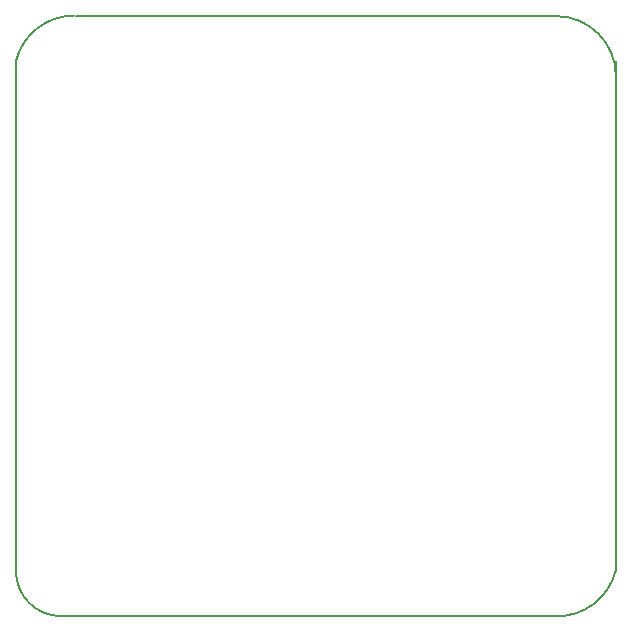
<source format=gbr>
G04 #@! TF.GenerationSoftware,KiCad,Pcbnew,(5.0.2)-1*
G04 #@! TF.CreationDate,2019-03-28T21:57:09+05:00*
G04 #@! TF.ProjectId,LM555Blinky,4c4d3535-3542-46c6-996e-6b792e6b6963,rev?*
G04 #@! TF.SameCoordinates,Original*
G04 #@! TF.FileFunction,Legend,Bot*
G04 #@! TF.FilePolarity,Positive*
%FSLAX46Y46*%
G04 Gerber Fmt 4.6, Leading zero omitted, Abs format (unit mm)*
G04 Created by KiCad (PCBNEW (5.0.2)-1) date 3/28/2019 9:57:09 PM*
%MOMM*%
%LPD*%
G01*
G04 APERTURE LIST*
%ADD10C,0.150000*%
G04 APERTURE END LIST*
D10*
X210820000Y-63500000D02*
G75*
G02X215900000Y-68580000I0J-5080000D01*
G01*
X165100000Y-67310000D02*
G75*
G02X170028324Y-63462081I4928324J-1232081D01*
G01*
X215865426Y-110481356D02*
G75*
G02X210820000Y-114300000I-4893750J1223437D01*
G01*
X168910000Y-114300000D02*
G75*
G02X165100000Y-110490000I0J3810000D01*
G01*
X165100000Y-110490000D02*
X165100000Y-67310000D01*
X168910000Y-114300000D02*
X210820000Y-114300000D01*
X215900000Y-67310000D02*
X215900000Y-110490000D01*
X170180000Y-63500000D02*
X210820000Y-63500000D01*
M02*

</source>
